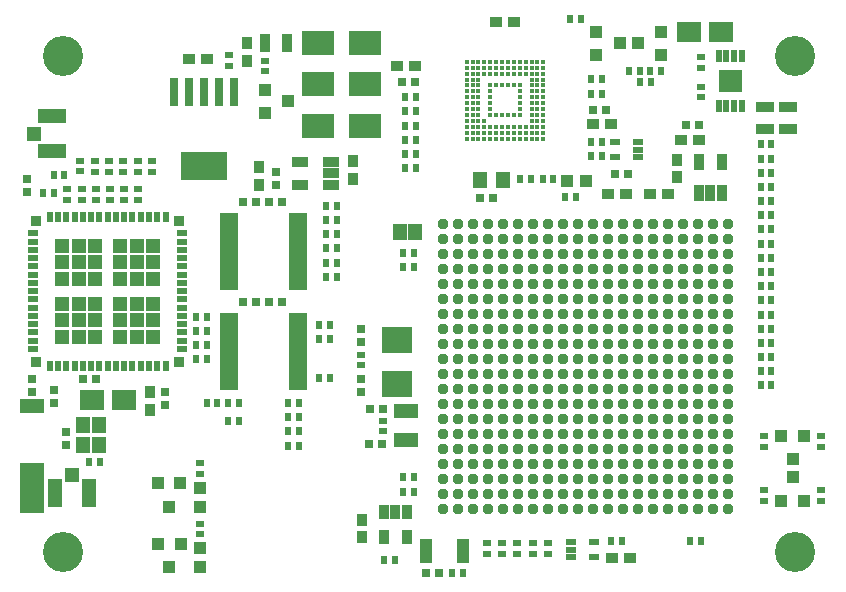
<source format=gbr>
G04 #@! TF.GenerationSoftware,KiCad,Pcbnew,no-vcs-found-2237de0~58~ubuntu16.04.1*
G04 #@! TF.CreationDate,2017-06-29T19:32:17-03:00*
G04 #@! TF.ProjectId,mateboard,6D617465626F6172642E6B696361645F,rev?*
G04 #@! TF.SameCoordinates,Original
G04 #@! TF.FileFunction,Soldermask,Top*
G04 #@! TF.FilePolarity,Negative*
%FSLAX46Y46*%
G04 Gerber Fmt 4.6, Leading zero omitted, Abs format (unit mm)*
G04 Created by KiCad (PCBNEW no-vcs-found-2237de0~58~ubuntu16.04.1) date Thu Jun 29 19:32:17 2017*
%MOMM*%
%LPD*%
G01*
G04 APERTURE LIST*
%ADD10C,0.100000*%
%ADD11R,0.600000X0.800000*%
%ADD12C,0.949300*%
%ADD13R,2.700000X2.000000*%
%ADD14R,0.620000X1.090000*%
%ADD15R,1.140000X1.040000*%
%ADD16C,3.400000*%
%ADD17R,2.000000X1.200000*%
%ADD18R,2.000000X4.200000*%
%ADD19R,0.950000X1.000000*%
%ADD20R,1.000000X0.950000*%
%ADD21R,0.800000X0.700000*%
%ADD22R,0.700000X0.800000*%
%ADD23R,2.150000X1.700000*%
%ADD24R,1.200000X1.450000*%
%ADD25R,1.100000X1.000000*%
%ADD26R,1.000000X1.000000*%
%ADD27R,1.170000X1.470000*%
%ADD28R,2.399640X1.249020*%
%ADD29R,1.198220X1.249020*%
%ADD30R,1.249020X2.399640*%
%ADD31R,1.249020X1.198220*%
%ADD32R,0.900000X1.500000*%
%ADD33R,1.500000X0.900000*%
%ADD34R,0.800000X0.600000*%
%ADD35R,1.000000X1.100000*%
%ADD36R,0.850000X1.420000*%
%ADD37R,1.420000X0.850000*%
%ADD38R,4.000000X2.400000*%
%ADD39R,0.800000X2.400000*%
%ADD40R,0.850000X1.260000*%
%ADD41R,0.850000X0.600000*%
%ADD42R,1.650000X0.650000*%
%ADD43R,1.200000X1.350000*%
%ADD44R,2.600000X2.200000*%
%ADD45R,1.000000X0.500000*%
%ADD46R,0.949300X0.949300*%
%ADD47R,0.598780X0.949300*%
%ADD48R,0.949300X0.598780*%
%ADD49R,1.198220X1.198220*%
%ADD50C,0.443840*%
G04 APERTURE END LIST*
D10*
D11*
X123755000Y-147700000D03*
X122855000Y-147700000D03*
D12*
X150325000Y-150380000D03*
X149055000Y-150380000D03*
X147785000Y-150380000D03*
X146515000Y-150380000D03*
X145245000Y-150380000D03*
X143975000Y-150380000D03*
X142705000Y-150380000D03*
X141435000Y-150380000D03*
X140165000Y-150380000D03*
X138895000Y-150380000D03*
X137625000Y-150380000D03*
X136355000Y-150380000D03*
X135085000Y-150380000D03*
X133815000Y-150380000D03*
X132545000Y-150380000D03*
X131275000Y-150380000D03*
X130005000Y-150380000D03*
X128735000Y-150380000D03*
X127465000Y-150380000D03*
X126195000Y-150380000D03*
X150325000Y-149110000D03*
X149055000Y-149110000D03*
X147785000Y-149110000D03*
X146515000Y-149110000D03*
X145245000Y-149110000D03*
X143975000Y-149110000D03*
X142705000Y-149110000D03*
X141435000Y-149110000D03*
X140165000Y-149110000D03*
X138895000Y-149110000D03*
X137625000Y-149110000D03*
X136355000Y-149110000D03*
X135085000Y-149110000D03*
X133815000Y-149110000D03*
X132545000Y-149110000D03*
X131275000Y-149110000D03*
X130005000Y-149110000D03*
X128735000Y-149110000D03*
X127465000Y-149110000D03*
X126195000Y-149110000D03*
X150325000Y-147840000D03*
X149055000Y-147840000D03*
X147785000Y-147840000D03*
X146515000Y-147840000D03*
X145245000Y-147840000D03*
X143975000Y-147840000D03*
X142705000Y-147840000D03*
X141435000Y-147840000D03*
X140165000Y-147840000D03*
X138895000Y-147840000D03*
X137625000Y-147840000D03*
X136355000Y-147840000D03*
X135085000Y-147840000D03*
X133815000Y-147840000D03*
X132545000Y-147840000D03*
X131275000Y-147840000D03*
X130005000Y-147840000D03*
X128735000Y-147840000D03*
X127465000Y-147840000D03*
X126195000Y-147840000D03*
X150325000Y-146570000D03*
X149055000Y-146570000D03*
X147785000Y-146570000D03*
X146515000Y-146570000D03*
X145245000Y-146570000D03*
X143975000Y-146570000D03*
X142705000Y-146570000D03*
X141435000Y-146570000D03*
X140165000Y-146570000D03*
X138895000Y-146570000D03*
X137625000Y-146570000D03*
X136355000Y-146570000D03*
X135085000Y-146570000D03*
X133815000Y-146570000D03*
X132545000Y-146570000D03*
X131275000Y-146570000D03*
X130005000Y-146570000D03*
X128735000Y-146570000D03*
X127465000Y-146570000D03*
X126195000Y-146570000D03*
X150325000Y-145300000D03*
X149055000Y-145300000D03*
X147785000Y-145300000D03*
X146515000Y-145300000D03*
X145245000Y-145300000D03*
X143975000Y-145300000D03*
X142705000Y-145300000D03*
X141435000Y-145300000D03*
X140165000Y-145300000D03*
X138895000Y-145300000D03*
X137625000Y-145300000D03*
X136355000Y-145300000D03*
X135085000Y-145300000D03*
X133815000Y-145300000D03*
X132545000Y-145300000D03*
X131275000Y-145300000D03*
X130005000Y-145300000D03*
X128735000Y-145300000D03*
X127465000Y-145300000D03*
X126195000Y-145300000D03*
X150325000Y-144030000D03*
X149055000Y-144030000D03*
X147785000Y-144030000D03*
X146515000Y-144030000D03*
X145245000Y-144030000D03*
X143975000Y-144030000D03*
X142705000Y-144030000D03*
X141435000Y-144030000D03*
X140165000Y-144030000D03*
X138895000Y-144030000D03*
X137625000Y-144030000D03*
X136355000Y-144030000D03*
X135085000Y-144030000D03*
X133815000Y-144030000D03*
X132545000Y-144030000D03*
X131275000Y-144030000D03*
X130005000Y-144030000D03*
X128735000Y-144030000D03*
X127465000Y-144030000D03*
X126195000Y-144030000D03*
X150325000Y-142760000D03*
X149055000Y-142760000D03*
X147785000Y-142760000D03*
X146515000Y-142760000D03*
X145245000Y-142760000D03*
X143975000Y-142760000D03*
X142705000Y-142760000D03*
X141435000Y-142760000D03*
X140165000Y-142760000D03*
X138895000Y-142760000D03*
X137625000Y-142760000D03*
X136355000Y-142760000D03*
X135085000Y-142760000D03*
X133815000Y-142760000D03*
X132545000Y-142760000D03*
X131275000Y-142760000D03*
X130005000Y-142760000D03*
X128735000Y-142760000D03*
X127465000Y-142760000D03*
X126195000Y-142760000D03*
X150325000Y-141490000D03*
X149055000Y-141490000D03*
X147785000Y-141490000D03*
X146515000Y-141490000D03*
X145245000Y-141490000D03*
X143975000Y-141490000D03*
X142705000Y-141490000D03*
X141435000Y-141490000D03*
X140165000Y-141490000D03*
X138895000Y-141490000D03*
X137625000Y-141490000D03*
X136355000Y-141490000D03*
X135085000Y-141490000D03*
X133815000Y-141490000D03*
X132545000Y-141490000D03*
X131275000Y-141490000D03*
X130005000Y-141490000D03*
X128735000Y-141490000D03*
X127465000Y-141490000D03*
X126195000Y-141490000D03*
X150325000Y-140220000D03*
X149055000Y-140220000D03*
X147785000Y-140220000D03*
X146515000Y-140220000D03*
X145245000Y-140220000D03*
X143975000Y-140220000D03*
X142705000Y-140220000D03*
X141435000Y-140220000D03*
X140165000Y-140220000D03*
X138895000Y-140220000D03*
X137625000Y-140220000D03*
X136355000Y-140220000D03*
X135085000Y-140220000D03*
X133815000Y-140220000D03*
X132545000Y-140220000D03*
X131275000Y-140220000D03*
X130005000Y-140220000D03*
X128735000Y-140220000D03*
X127465000Y-140220000D03*
X126195000Y-140220000D03*
X150325000Y-138950000D03*
X149055000Y-138950000D03*
X147785000Y-138950000D03*
X146515000Y-138950000D03*
X145245000Y-138950000D03*
X143975000Y-138950000D03*
X142705000Y-138950000D03*
X141435000Y-138950000D03*
X140165000Y-138950000D03*
X138895000Y-138950000D03*
X137625000Y-138950000D03*
X136355000Y-138950000D03*
X135085000Y-138950000D03*
X133815000Y-138950000D03*
X132545000Y-138950000D03*
X131275000Y-138950000D03*
X130005000Y-138950000D03*
X128735000Y-138950000D03*
X127465000Y-138950000D03*
X126195000Y-138950000D03*
X150325000Y-137680000D03*
X149055000Y-137680000D03*
X147785000Y-137680000D03*
X146515000Y-137680000D03*
X145245000Y-137680000D03*
X143975000Y-137680000D03*
X142705000Y-137680000D03*
X141435000Y-137680000D03*
X140165000Y-137680000D03*
X138895000Y-137680000D03*
X137625000Y-137680000D03*
X136355000Y-137680000D03*
X135085000Y-137680000D03*
X133815000Y-137680000D03*
X132545000Y-137680000D03*
X131275000Y-137680000D03*
X130005000Y-137680000D03*
X128735000Y-137680000D03*
X127465000Y-137680000D03*
X126195000Y-137680000D03*
X150325000Y-136410000D03*
X149055000Y-136410000D03*
X147785000Y-136410000D03*
X146515000Y-136410000D03*
X145245000Y-136410000D03*
X143975000Y-136410000D03*
X142705000Y-136410000D03*
X141435000Y-136410000D03*
X140165000Y-136410000D03*
X138895000Y-136410000D03*
X137625000Y-136410000D03*
X136355000Y-136410000D03*
X135085000Y-136410000D03*
X133815000Y-136410000D03*
X132545000Y-136410000D03*
X131275000Y-136410000D03*
X130005000Y-136410000D03*
X128735000Y-136410000D03*
X127465000Y-136410000D03*
X126195000Y-136410000D03*
X150325000Y-135140000D03*
X149055000Y-135140000D03*
X147785000Y-135140000D03*
X146515000Y-135140000D03*
X145245000Y-135140000D03*
X143975000Y-135140000D03*
X142705000Y-135140000D03*
X141435000Y-135140000D03*
X140165000Y-135140000D03*
X138895000Y-135140000D03*
X137625000Y-135140000D03*
X136355000Y-135140000D03*
X135085000Y-135140000D03*
X133815000Y-135140000D03*
X132545000Y-135140000D03*
X131275000Y-135140000D03*
X130005000Y-135140000D03*
X128735000Y-135140000D03*
X127465000Y-135140000D03*
X126195000Y-135140000D03*
X150325000Y-133870000D03*
X149055000Y-133870000D03*
X147785000Y-133870000D03*
X146515000Y-133870000D03*
X145245000Y-133870000D03*
X143975000Y-133870000D03*
X142705000Y-133870000D03*
X141435000Y-133870000D03*
X140165000Y-133870000D03*
X138895000Y-133870000D03*
X137625000Y-133870000D03*
X136355000Y-133870000D03*
X135085000Y-133870000D03*
X133815000Y-133870000D03*
X132545000Y-133870000D03*
X131275000Y-133870000D03*
X130005000Y-133870000D03*
X128735000Y-133870000D03*
X127465000Y-133870000D03*
X126195000Y-133870000D03*
X150325000Y-132600000D03*
X149055000Y-132600000D03*
X147785000Y-132600000D03*
X146515000Y-132600000D03*
X145245000Y-132600000D03*
X143975000Y-132600000D03*
X142705000Y-132600000D03*
X141435000Y-132600000D03*
X140165000Y-132600000D03*
X138895000Y-132600000D03*
X137625000Y-132600000D03*
X136355000Y-132600000D03*
X135085000Y-132600000D03*
X133815000Y-132600000D03*
X132545000Y-132600000D03*
X131275000Y-132600000D03*
X130005000Y-132600000D03*
X128735000Y-132600000D03*
X127465000Y-132600000D03*
X126195000Y-132600000D03*
X150325000Y-131330000D03*
X149055000Y-131330000D03*
X147785000Y-131330000D03*
X146515000Y-131330000D03*
X145245000Y-131330000D03*
X143975000Y-131330000D03*
X142705000Y-131330000D03*
X141435000Y-131330000D03*
X140165000Y-131330000D03*
X138895000Y-131330000D03*
X137625000Y-131330000D03*
X136355000Y-131330000D03*
X135085000Y-131330000D03*
X133815000Y-131330000D03*
X132545000Y-131330000D03*
X131275000Y-131330000D03*
X130005000Y-131330000D03*
X128735000Y-131330000D03*
X127465000Y-131330000D03*
X126195000Y-131330000D03*
X150325000Y-130060000D03*
X149055000Y-130060000D03*
X147785000Y-130060000D03*
X146515000Y-130060000D03*
X145245000Y-130060000D03*
X143975000Y-130060000D03*
X142705000Y-130060000D03*
X141435000Y-130060000D03*
X140165000Y-130060000D03*
X138895000Y-130060000D03*
X137625000Y-130060000D03*
X136355000Y-130060000D03*
X135085000Y-130060000D03*
X133815000Y-130060000D03*
X132545000Y-130060000D03*
X131275000Y-130060000D03*
X130005000Y-130060000D03*
X128735000Y-130060000D03*
X127465000Y-130060000D03*
X126195000Y-130060000D03*
X150325000Y-128790000D03*
X149055000Y-128790000D03*
X147785000Y-128790000D03*
X146515000Y-128790000D03*
X145245000Y-128790000D03*
X143975000Y-128790000D03*
X142705000Y-128790000D03*
X141435000Y-128790000D03*
X140165000Y-128790000D03*
X138895000Y-128790000D03*
X137625000Y-128790000D03*
X136355000Y-128790000D03*
X135085000Y-128790000D03*
X133815000Y-128790000D03*
X132545000Y-128790000D03*
X131275000Y-128790000D03*
X130005000Y-128790000D03*
X128735000Y-128790000D03*
X127465000Y-128790000D03*
X126195000Y-128790000D03*
X150325000Y-127520000D03*
X149055000Y-127520000D03*
X147785000Y-127520000D03*
X146515000Y-127520000D03*
X145245000Y-127520000D03*
X143975000Y-127520000D03*
X142705000Y-127520000D03*
X141435000Y-127520000D03*
X140165000Y-127520000D03*
X138895000Y-127520000D03*
X137625000Y-127520000D03*
X136355000Y-127520000D03*
X135085000Y-127520000D03*
X133815000Y-127520000D03*
X132545000Y-127520000D03*
X131275000Y-127520000D03*
X130005000Y-127520000D03*
X128735000Y-127520000D03*
X127465000Y-127520000D03*
X126195000Y-127520000D03*
X150325000Y-126250000D03*
X149055000Y-126250000D03*
X147785000Y-126250000D03*
X146515000Y-126250000D03*
X145245000Y-126250000D03*
X143975000Y-126250000D03*
X142705000Y-126250000D03*
X141435000Y-126250000D03*
X140165000Y-126250000D03*
X138895000Y-126250000D03*
X137625000Y-126250000D03*
X136355000Y-126250000D03*
X135085000Y-126250000D03*
X133815000Y-126250000D03*
X132545000Y-126250000D03*
X131275000Y-126250000D03*
X130005000Y-126250000D03*
X128735000Y-126250000D03*
X127465000Y-126250000D03*
X126195000Y-126250000D03*
D13*
X115600000Y-117900000D03*
X119600000Y-117900000D03*
D14*
X151485000Y-112050000D03*
X150835000Y-112050000D03*
X150185000Y-112050000D03*
X149535000Y-112050000D03*
X149535000Y-116260000D03*
X150185000Y-116260000D03*
X150835000Y-116260000D03*
X151485000Y-116260000D03*
D15*
X150040000Y-114575000D03*
X150980000Y-114575000D03*
X150040000Y-113735000D03*
X150980000Y-113735000D03*
D16*
X156000000Y-112000000D03*
X156000000Y-154000000D03*
X94000000Y-154000000D03*
D17*
X91400000Y-141660000D03*
D18*
X91400000Y-148560000D03*
D19*
X145980000Y-122300000D03*
X145980000Y-120800000D03*
X118600000Y-120900000D03*
X118600000Y-122400000D03*
D20*
X145245000Y-123710000D03*
X143745000Y-123710000D03*
D21*
X147885000Y-117855000D03*
X146785000Y-117855000D03*
D22*
X112100000Y-122900000D03*
X112100000Y-121800000D03*
D19*
X109600000Y-110900000D03*
X109600000Y-112400000D03*
D20*
X147885000Y-119125000D03*
X146385000Y-119125000D03*
D19*
X110600000Y-122900000D03*
X110600000Y-121400000D03*
D20*
X140165000Y-123710000D03*
X141665000Y-123710000D03*
X104732000Y-112280000D03*
X106232000Y-112280000D03*
D19*
X119310000Y-152780000D03*
X119310000Y-151280000D03*
D21*
X124800000Y-155800000D03*
X125900000Y-155800000D03*
D23*
X149770000Y-109960000D03*
X147020000Y-109960000D03*
D22*
X119300000Y-136250000D03*
X119300000Y-135150000D03*
X119300000Y-139350000D03*
X119300000Y-140450000D03*
D21*
X121100000Y-141900000D03*
X120000000Y-141900000D03*
X121050000Y-144900000D03*
X119950000Y-144900000D03*
X140800000Y-122000000D03*
X141900000Y-122000000D03*
D20*
X140550000Y-154500000D03*
X142050000Y-154500000D03*
X138900000Y-117800000D03*
X140400000Y-117800000D03*
X123800000Y-112900000D03*
X122300000Y-112900000D03*
X132200000Y-109100000D03*
X130700000Y-109100000D03*
D24*
X129300000Y-122500000D03*
X131300000Y-122500000D03*
D21*
X138900000Y-116600000D03*
X140000000Y-116600000D03*
X123800000Y-114200000D03*
X122700000Y-114200000D03*
X129300000Y-124000000D03*
X130400000Y-124000000D03*
X110400000Y-124400000D03*
X109300000Y-124400000D03*
X110400000Y-132800000D03*
X109300000Y-132800000D03*
X111500000Y-124400000D03*
X112600000Y-124400000D03*
X111500000Y-132800000D03*
X112600000Y-132800000D03*
D22*
X94300000Y-143850000D03*
X94300000Y-144950000D03*
X91000000Y-123550000D03*
X91000000Y-122450000D03*
X93300000Y-140300000D03*
X93300000Y-141400000D03*
X91400000Y-140432000D03*
X91400000Y-139332000D03*
D19*
X101400000Y-140500000D03*
X101400000Y-142000000D03*
D21*
X95750000Y-139400000D03*
X96850000Y-139400000D03*
D22*
X102700000Y-140500000D03*
X102700000Y-141600000D03*
D23*
X96450000Y-141100000D03*
X99200000Y-141100000D03*
D13*
X115600000Y-110900000D03*
X119600000Y-110900000D03*
X115600000Y-114400000D03*
X119600000Y-114400000D03*
D25*
X111100000Y-114900000D03*
X111100000Y-116800000D03*
X113100000Y-115850000D03*
D26*
X105600000Y-148600000D03*
X105600000Y-150200000D03*
X105600000Y-153700000D03*
X105600000Y-155300000D03*
D27*
X122560000Y-126900000D03*
X123840000Y-126900000D03*
D28*
X93100000Y-117126800D03*
X93100000Y-120073200D03*
D29*
X91576000Y-118600000D03*
D30*
X96268200Y-149050000D03*
X93321800Y-149050000D03*
D31*
X94795000Y-147526000D03*
D32*
X113000000Y-110900000D03*
X111100000Y-110900000D03*
D33*
X155435000Y-118210000D03*
X155435000Y-116310000D03*
X153435000Y-116310000D03*
X153435000Y-118210000D03*
D34*
X132500000Y-154150000D03*
X132500000Y-153250000D03*
X133800000Y-154150000D03*
X133800000Y-153250000D03*
D35*
X103945000Y-148200000D03*
X102045000Y-148200000D03*
X102995000Y-150200000D03*
X103995000Y-153300000D03*
X102095000Y-153300000D03*
X103045000Y-155300000D03*
D34*
X111100000Y-112400000D03*
X111100000Y-113300000D03*
X108100000Y-111950000D03*
X108100000Y-112850000D03*
D11*
X123755000Y-148970000D03*
X122855000Y-148970000D03*
X121215000Y-154685000D03*
X122115000Y-154685000D03*
D34*
X148035000Y-114610000D03*
X148035000Y-115510000D03*
D11*
X127000000Y-155800000D03*
X127900000Y-155800000D03*
D34*
X148035000Y-112110000D03*
X148035000Y-113010000D03*
D11*
X122850000Y-128700000D03*
X123750000Y-128700000D03*
X122850000Y-129900000D03*
X123750000Y-129900000D03*
D34*
X131200000Y-154150000D03*
X131200000Y-153250000D03*
X129900000Y-154150000D03*
X129900000Y-153250000D03*
D11*
X153100000Y-132700000D03*
X154000000Y-132700000D03*
X153100000Y-133900000D03*
X154000000Y-133900000D03*
X153100000Y-131500000D03*
X154000000Y-131500000D03*
X153100000Y-127900000D03*
X154000000Y-127900000D03*
X153100000Y-126700000D03*
X154000000Y-126700000D03*
X153100000Y-125500000D03*
X154000000Y-125500000D03*
X154000000Y-135100000D03*
X153100000Y-135100000D03*
X153100000Y-124300000D03*
X154000000Y-124300000D03*
X154000000Y-137500000D03*
X153100000Y-137500000D03*
X153100000Y-120700000D03*
X154000000Y-120700000D03*
X154000000Y-129100000D03*
X153100000Y-129100000D03*
X153100000Y-123100000D03*
X154000000Y-123100000D03*
X154000000Y-130300000D03*
X153100000Y-130300000D03*
X153100000Y-121900000D03*
X154000000Y-121900000D03*
X154000000Y-119500000D03*
X153100000Y-119500000D03*
X153100000Y-138700000D03*
X154000000Y-138700000D03*
X154000000Y-136300000D03*
X153100000Y-136300000D03*
X147150000Y-153100000D03*
X148050000Y-153100000D03*
D34*
X119300000Y-137300000D03*
X119300000Y-138200000D03*
X121100000Y-142900000D03*
X121100000Y-143800000D03*
X135100000Y-154150000D03*
X135100000Y-153250000D03*
D11*
X154000000Y-139900000D03*
X153100000Y-139900000D03*
X139650000Y-120500000D03*
X138750000Y-120500000D03*
X139650000Y-114000000D03*
X138750000Y-114000000D03*
X139650000Y-115200000D03*
X138750000Y-115200000D03*
X123000000Y-115500000D03*
X123900000Y-115500000D03*
X135535000Y-122440000D03*
X134635000Y-122440000D03*
X133630000Y-122440000D03*
X132730000Y-122440000D03*
X123000000Y-120300000D03*
X123900000Y-120300000D03*
X123000000Y-121500000D03*
X123900000Y-121500000D03*
X138750000Y-119300000D03*
X139650000Y-119300000D03*
X123000000Y-116700000D03*
X123900000Y-116700000D03*
X123000000Y-117900000D03*
X123900000Y-117900000D03*
X123000000Y-119100000D03*
X123900000Y-119100000D03*
X141350000Y-153100000D03*
X140450000Y-153100000D03*
D34*
X101600000Y-120900000D03*
X101600000Y-121800000D03*
X100400000Y-120900000D03*
X100400000Y-121800000D03*
X95499000Y-120890000D03*
X95499000Y-121790000D03*
D11*
X108900000Y-142887000D03*
X108000000Y-142887000D03*
D34*
X96743000Y-120900000D03*
X96743000Y-121800000D03*
X97943000Y-120900000D03*
X97943000Y-121800000D03*
X99143000Y-120900000D03*
X99143000Y-121800000D03*
D11*
X108000000Y-141400000D03*
X108900000Y-141400000D03*
X114000000Y-143800000D03*
X113100000Y-143800000D03*
X114000000Y-145000000D03*
X113100000Y-145000000D03*
X106200000Y-141400000D03*
X107100000Y-141400000D03*
X114000000Y-141400000D03*
X113100000Y-141400000D03*
X117200000Y-124700000D03*
X116300000Y-124700000D03*
X117200000Y-125900000D03*
X116300000Y-125900000D03*
X117200000Y-127100000D03*
X116300000Y-127100000D03*
X117200000Y-128300000D03*
X116300000Y-128300000D03*
X117200000Y-129500000D03*
X116300000Y-129500000D03*
X117200000Y-130700000D03*
X116300000Y-130700000D03*
X114000000Y-142600000D03*
X113100000Y-142600000D03*
X115700000Y-134800000D03*
X116600000Y-134800000D03*
X115700000Y-136000000D03*
X116600000Y-136000000D03*
X115700000Y-139300000D03*
X116600000Y-139300000D03*
X94150000Y-122100000D03*
X93250000Y-122100000D03*
D34*
X100400000Y-124200000D03*
X100400000Y-123300000D03*
X99200000Y-124200000D03*
X99200000Y-123300000D03*
X98000000Y-124200000D03*
X98000000Y-123300000D03*
X96800000Y-124200000D03*
X96800000Y-123300000D03*
X95600000Y-124200000D03*
X95600000Y-123300000D03*
X94400000Y-124200000D03*
X94400000Y-123300000D03*
D11*
X93245000Y-123650000D03*
X92345000Y-123650000D03*
X96250000Y-146400000D03*
X97150000Y-146400000D03*
X106200000Y-134100000D03*
X105300000Y-134100000D03*
X106200000Y-135300000D03*
X105300000Y-135300000D03*
X106200000Y-136500000D03*
X105300000Y-136500000D03*
X106200000Y-137700000D03*
X105300000Y-137700000D03*
D34*
X105600000Y-146500000D03*
X105600000Y-147400000D03*
X105600000Y-151600000D03*
X105600000Y-152500000D03*
D36*
X147885000Y-123650000D03*
X148835000Y-123650000D03*
X149785000Y-123650000D03*
X149785000Y-121030000D03*
X147885000Y-121030000D03*
D37*
X116720000Y-122900000D03*
X116720000Y-121950000D03*
X116720000Y-121000000D03*
X114100000Y-121000000D03*
X114100000Y-122900000D03*
D38*
X106000000Y-121350000D03*
D39*
X108540000Y-115050000D03*
X107270000Y-115050000D03*
X106000000Y-115050000D03*
X104730000Y-115050000D03*
X103460000Y-115050000D03*
D40*
X123120000Y-150580000D03*
X122170000Y-150580000D03*
X121220000Y-150580000D03*
X121220000Y-152780000D03*
X123120000Y-152780000D03*
D41*
X142700000Y-120600000D03*
X142700000Y-119300000D03*
X142700000Y-119950000D03*
X140800000Y-119300000D03*
X140800000Y-120600000D03*
X137050000Y-153150000D03*
X137050000Y-154450000D03*
X137050000Y-153800000D03*
X138950000Y-154450000D03*
X138950000Y-153150000D03*
D42*
X108050000Y-125675000D03*
X108050000Y-126325000D03*
X108050000Y-126975000D03*
X108050000Y-127625000D03*
X108050000Y-128275000D03*
X108050000Y-128925000D03*
X108050000Y-129575000D03*
X108050000Y-130225000D03*
X108050000Y-130875000D03*
X108050000Y-131525000D03*
X113950000Y-131525000D03*
X113950000Y-130875000D03*
X113950000Y-130225000D03*
X113950000Y-129575000D03*
X113950000Y-128925000D03*
X113950000Y-128275000D03*
X113950000Y-127625000D03*
X113950000Y-126975000D03*
X113950000Y-126325000D03*
X113950000Y-125675000D03*
X108050000Y-134075000D03*
X108050000Y-134725000D03*
X108050000Y-135375000D03*
X108050000Y-136025000D03*
X108050000Y-136675000D03*
X108050000Y-137325000D03*
X108050000Y-137975000D03*
X108050000Y-138625000D03*
X108050000Y-139275000D03*
X108050000Y-139925000D03*
X113950000Y-139925000D03*
X113950000Y-139275000D03*
X113950000Y-138625000D03*
X113950000Y-137975000D03*
X113950000Y-137325000D03*
X113950000Y-136675000D03*
X113950000Y-136025000D03*
X113950000Y-135375000D03*
X113950000Y-134725000D03*
X113950000Y-134075000D03*
D43*
X97100000Y-144975000D03*
X97100000Y-143225000D03*
X95700000Y-143225000D03*
X95700000Y-144975000D03*
D44*
X122300000Y-136050000D03*
X122300000Y-139750000D03*
D17*
X123100000Y-142050000D03*
X123100000Y-144550000D03*
D16*
X94000000Y-112000000D03*
D45*
X127900000Y-154700000D03*
X127900000Y-154200000D03*
X127900000Y-153700000D03*
X127900000Y-153200000D03*
X124800000Y-153200000D03*
X124800000Y-153700000D03*
X124800000Y-154200000D03*
X124800000Y-154700000D03*
D46*
X103834540Y-125945120D03*
D47*
X102709320Y-125620000D03*
X102008280Y-125620000D03*
X101307240Y-125620000D03*
X100608740Y-125620000D03*
X99907700Y-125620000D03*
X99209200Y-125620000D03*
X98508160Y-125620000D03*
X97809660Y-125620000D03*
X97111160Y-125620000D03*
X96410120Y-125620000D03*
X95711620Y-125620000D03*
X95010580Y-125620000D03*
X94312080Y-125620000D03*
X93611040Y-125620000D03*
X92910000Y-125620000D03*
D46*
X91784780Y-125945120D03*
D48*
X91510460Y-127019540D03*
X91510460Y-127720580D03*
X91510460Y-128421620D03*
X91510460Y-129120120D03*
X91510460Y-129821160D03*
X91510460Y-130519660D03*
X91510460Y-131220700D03*
X91510460Y-131919200D03*
X91510460Y-132617700D03*
X91510460Y-133318740D03*
X91510460Y-134017240D03*
X91510460Y-134718280D03*
X91510460Y-135416780D03*
X91510460Y-136117820D03*
X91510460Y-136818860D03*
D46*
X91784780Y-137893280D03*
D47*
X92910000Y-138218400D03*
X93611040Y-138218400D03*
X94312080Y-138218400D03*
X95010580Y-138218400D03*
X95711620Y-138218400D03*
X96410120Y-138218400D03*
X97111160Y-138218400D03*
X97809660Y-138218400D03*
X98508160Y-138218400D03*
X99209200Y-138218400D03*
X99907700Y-138218400D03*
X100608740Y-138218400D03*
X101307240Y-138218400D03*
X102008280Y-138218400D03*
X102709320Y-138218400D03*
D46*
X103834540Y-137893280D03*
D48*
X104108860Y-136818860D03*
X104108860Y-136117820D03*
X104108860Y-135416780D03*
X104108860Y-134718280D03*
X104108860Y-134017240D03*
X104108860Y-133318740D03*
X104108860Y-132617700D03*
X104108860Y-131919200D03*
X104108860Y-131220700D03*
X104108860Y-130519660D03*
X104108860Y-129821160D03*
X104108860Y-129120120D03*
X104108860Y-128421620D03*
X104108860Y-127720580D03*
X104108860Y-127019540D03*
D49*
X101657760Y-128071100D03*
X100258220Y-128071100D03*
X98858680Y-128071100D03*
X96760640Y-128071100D03*
X95361100Y-128071100D03*
X93961560Y-128071100D03*
X101657760Y-129470640D03*
X100258220Y-129470640D03*
X98858680Y-129470640D03*
X96760640Y-129470640D03*
X95361100Y-129470640D03*
X93961560Y-129470640D03*
X101657760Y-130870180D03*
X100258220Y-130870180D03*
X98858680Y-130870180D03*
X96760640Y-130870180D03*
X95361100Y-130870180D03*
X93961560Y-130870180D03*
X101657760Y-132968220D03*
X100258220Y-132968220D03*
X98858680Y-132968220D03*
X96760640Y-132968220D03*
X95361100Y-132968220D03*
X93961560Y-132968220D03*
X101657760Y-134367760D03*
X100258220Y-134367760D03*
X98858680Y-134367760D03*
X96760640Y-134367760D03*
X95361100Y-134367760D03*
X93961560Y-134367760D03*
X101657760Y-135767300D03*
X100258220Y-135767300D03*
X98858680Y-135767300D03*
X96760640Y-135767300D03*
X95361100Y-135767300D03*
X93961560Y-135767300D03*
D50*
X128199240Y-119000000D03*
X128199240Y-118499620D03*
X128199240Y-117999240D03*
X128199240Y-117498860D03*
X128199240Y-117001020D03*
X128199240Y-116500640D03*
X128199240Y-116000260D03*
X128199240Y-115502420D03*
X128199240Y-115002040D03*
X128199240Y-114501660D03*
X128199240Y-114003820D03*
X128199240Y-113503440D03*
X128199240Y-113003060D03*
X128199240Y-112502680D03*
X128699620Y-119000000D03*
X128699620Y-118499620D03*
X128699620Y-117999240D03*
X128699620Y-117498860D03*
X128699620Y-117001020D03*
X128699620Y-116500640D03*
X128699620Y-116000260D03*
X128699620Y-115502420D03*
X128699620Y-115002040D03*
X128699620Y-114501660D03*
X128699620Y-114003820D03*
X128699620Y-113503440D03*
X128699620Y-113003060D03*
X128699620Y-112502680D03*
X129200000Y-119000000D03*
X129200000Y-118499620D03*
X129200000Y-117999240D03*
X129200000Y-117498860D03*
X129200000Y-117001020D03*
X129200000Y-116500640D03*
X129200000Y-116000260D03*
X129200000Y-115502420D03*
X129200000Y-115002040D03*
X129200000Y-114501660D03*
X129200000Y-114003820D03*
X129200000Y-113503440D03*
X129200000Y-113003060D03*
X129200000Y-112502680D03*
X129700380Y-119000000D03*
X129700380Y-118499620D03*
X129700380Y-117999240D03*
X129700380Y-117498860D03*
X129700380Y-113503440D03*
X129700380Y-113003060D03*
X129700380Y-112502680D03*
X130198220Y-119000000D03*
X130198220Y-118499620D03*
X130198220Y-117999240D03*
X130198220Y-117001020D03*
X130198220Y-116500640D03*
X130198220Y-116000260D03*
X130198220Y-115502420D03*
X130198220Y-115002040D03*
X130198220Y-114501660D03*
X130198220Y-113503440D03*
X130198220Y-113003060D03*
X130198220Y-112502680D03*
X130698600Y-119000000D03*
X130698600Y-118499620D03*
X130698600Y-117999240D03*
X130698600Y-117001020D03*
X130698600Y-114501660D03*
X130698600Y-113503440D03*
X130698600Y-113003060D03*
X130698600Y-112502680D03*
X131198980Y-119000000D03*
X131198980Y-118499620D03*
X131198980Y-117999240D03*
X131198980Y-117001020D03*
X131198980Y-114501660D03*
X131198980Y-113503440D03*
X131198980Y-113003060D03*
X131198980Y-112502680D03*
X131696820Y-119000000D03*
X131696820Y-118499620D03*
X131696820Y-117999240D03*
X131696820Y-117001020D03*
X131696820Y-114501660D03*
X131696820Y-113503440D03*
X131696820Y-113003060D03*
X131696820Y-112502680D03*
X132197200Y-119000000D03*
X132197200Y-118499620D03*
X132197200Y-117999240D03*
X132197200Y-117001020D03*
X132197200Y-114501660D03*
X132197200Y-113503440D03*
X132197200Y-113003060D03*
X132197200Y-112502680D03*
X132697580Y-119000000D03*
X132697580Y-118499620D03*
X132697580Y-117999240D03*
X132697580Y-117001020D03*
X132697580Y-116500640D03*
X132697580Y-116000260D03*
X132697580Y-115502420D03*
X132697580Y-115002040D03*
X132697580Y-114501660D03*
X132697580Y-113503440D03*
X132697580Y-113003060D03*
X132697580Y-112502680D03*
X133195420Y-119000000D03*
X133195420Y-118499620D03*
X133195420Y-117999240D03*
X133195420Y-113503440D03*
X133195420Y-113003060D03*
X133195420Y-112502680D03*
X133695800Y-119000000D03*
X133695800Y-118499620D03*
X133695800Y-117999240D03*
X133695800Y-117498860D03*
X133695800Y-117001020D03*
X133695800Y-116500640D03*
X133695800Y-116000260D03*
X133695800Y-115502420D03*
X133695800Y-115002040D03*
X133695800Y-114501660D03*
X133695800Y-114003820D03*
X133695800Y-113503440D03*
X133695800Y-113003060D03*
X133695800Y-112502680D03*
X134196180Y-119000000D03*
X134196180Y-118499620D03*
X134196180Y-117999240D03*
X134196180Y-117498860D03*
X134196180Y-117001020D03*
X134196180Y-116500640D03*
X134196180Y-116000260D03*
X134196180Y-115502420D03*
X134196180Y-115002040D03*
X134196180Y-114501660D03*
X134196180Y-114003820D03*
X134196180Y-113503440D03*
X134196180Y-113003060D03*
X134196180Y-112502680D03*
X134696560Y-119000000D03*
X134696560Y-118499620D03*
X134696560Y-117999240D03*
X134696560Y-117498860D03*
X134696560Y-117001020D03*
X134696560Y-116500640D03*
X134696560Y-116000260D03*
X134696560Y-115502420D03*
X134696560Y-115002040D03*
X134696560Y-114501660D03*
X134696560Y-114003820D03*
X134696560Y-113503440D03*
X134696560Y-113003060D03*
X134696560Y-112502680D03*
D35*
X156745000Y-144150000D03*
X154845000Y-144150000D03*
X155795000Y-146150000D03*
D25*
X144695000Y-111900000D03*
X144695000Y-110000000D03*
X142695000Y-110950000D03*
D34*
X153395000Y-144200000D03*
X153395000Y-145100000D03*
X158195000Y-148800000D03*
X158195000Y-149700000D03*
X158195000Y-144200000D03*
X158195000Y-145100000D03*
X153395000Y-149700000D03*
X153395000Y-148800000D03*
D11*
X143745000Y-113250000D03*
X144645000Y-113250000D03*
X142895000Y-114250000D03*
X143795000Y-114250000D03*
X142845000Y-113250000D03*
X141945000Y-113250000D03*
X137845000Y-108850000D03*
X136945000Y-108850000D03*
D35*
X154845000Y-149650000D03*
X156745000Y-149650000D03*
X155795000Y-147650000D03*
D25*
X139195000Y-110000000D03*
X139195000Y-111900000D03*
X141195000Y-110950000D03*
D26*
X138298000Y-122567000D03*
X136698000Y-122567000D03*
D11*
X136540000Y-123964000D03*
X137440000Y-123964000D03*
M02*

</source>
